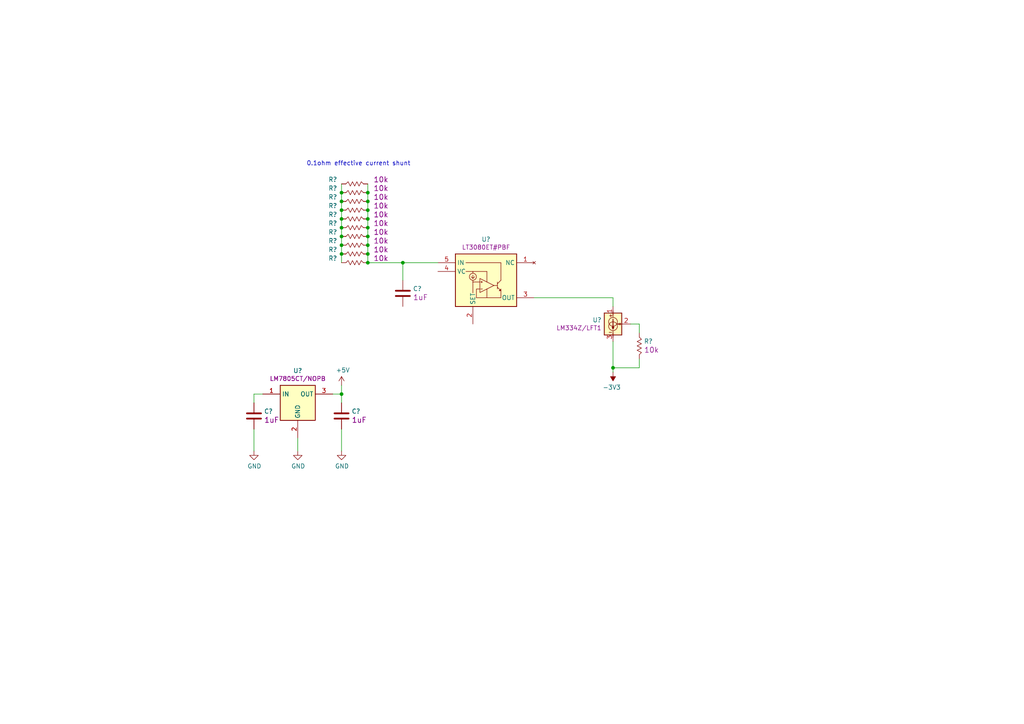
<source format=kicad_sch>
(kicad_sch (version 20211123) (generator eeschema)
  (paper "A4")
  (lib_symbols
    (symbol "master-vampire_General:C" (pin_numbers hide)
      (property "Reference" "C" (at 3.81 2.54 0))
      (property "Capacitance" "1uF" (at 6.35 0 0))
      (symbol "C_0_1"
        (polyline (pts (xy -2.032 -0.762) (xy 2.032 -0.762)) (stroke (width 0.508)))
        (polyline (pts (xy -2.032 0.762) (xy 2.032 0.762)) (stroke (width 0.508)))
      )
      (symbol "C_1_1"
        (pin passive line (at 0 3.81 270) (length 2.794) (name "~") (number "1"))
        (pin passive line (at 0 -3.81 90) (length 2.794) (name "~") (number "2"))
      )
    )
    (symbol "master-vampire_General:R" (pin_numbers hide) (pin_names (offset 0))
      (property "Reference" "R" (at 0 2.54 0))
      (property "Resistance" "10k" (at 0 -2.54 0))
      (symbol "R_0_1"
        (polyline (pts (xy -2.54 0) (xy -1.905 0.635) (xy -1.27 -0.635) (xy -0.635 0.635) (xy 0 -0.635) (xy 0.635 0.635) (xy 1.27 -0.635) (xy 1.905 0.635) (xy 2.54 0)))
      )
      (symbol "R_1_1"
        (pin passive line (at 3.81 0 180) (length 1.27) (name "~") (number "1"))
        (pin passive line (at -3.81 0 0) (length 1.27) (name "~") (number "2"))
      )
    )
    (symbol "master-vampire_General:U_LM334"
      (property "Reference" "U" (at -5.08 2.54 0))
      (property "MPN" "DNP" (at -5.08 0 0))
      (symbol "U_LM334_1_1"
        (rectangle (start -2.54 3.175) (end 2.54 -3.175) (stroke (width 0.254)) (fill (type background)))
        (circle (center 0 -0.635) (radius 1.27))
        (polyline (pts (xy -1.143 -2.413) (xy -0.381 -2.413)))
        (polyline (pts (xy -1.016 2.413) (xy -0.254 2.413)))
        (polyline (pts (xy -0.635 2.794) (xy -0.635 2.032)))
        (polyline (pts (xy 0 -1.905) (xy 0 -3.81)))
        (polyline (pts (xy 0 1.397) (xy 0 -1.397)) (stroke (width 0.254)))
        (polyline (pts (xy 0 3.81) (xy 0 1.905)))
        (polyline (pts (xy 2.54 0) (xy 1.27 0)))
        (polyline (pts (xy 0 -1.397) (xy -0.254 -0.889) (xy 0.254 -0.889) (xy 0 -1.397)) (stroke (width 0.254)))
        (polyline (pts (xy 1.27 0) (xy 2.159 0.254) (xy 2.159 -0.254) (xy 1.27 0)))
        (circle (center 0 0.635) (radius 1.27))
        (pin passive line (at 0 5.08 270) (length 2.54) (name "~") (number "1"))
        (pin passive line (at 5.08 0 180) (length 2.54) (name "~") (number "2"))
        (pin passive line (at 0 -5.08 90) (length 2.54) (name "~") (number "3"))
      )
    )
    (symbol "master-vampire_General:U_LM7805CT"
      (property "Reference" "U" (at 0 8.89 0))
      (property "MPN" "LM7805CT/NOPB" (at 0 6.35 0))
      (symbol "U_LM7805CT_1_1"
        (rectangle (start -5.08 5.08) (end 5.08 -5.08) (stroke (width 0.254)) (fill (type background)))
        (pin power_in line (at -10.16 2.54 0) (length 5.08) (name "IN") (number "1"))
        (pin unspecified line (at 0 -10.16 90) (length 5.08) (name "GND") (number "2"))
        (pin power_out line (at 10.16 2.54 180) (length 5.08) (name "OUT") (number "3"))
      )
    )
    (symbol "master-vampire_General:U_LT3080"
      (property "Reference" "U" (at -6.35 8.89 0))
      (property "MPN" "LT3080ET#PBF" (at 5.08 -8.89 0))
      (symbol "U_LT3080_0_1"
        (rectangle (start -7.62 7.62) (end 10.16 -7.62) (stroke (width 0.254)) (fill (type background)))
        (circle (center -2.54 1.016) (radius 1.016))
        (polyline (pts (xy -2.54 -0.508) (xy -2.54 -3.683)))
        (polyline (pts (xy -2.54 -0.508) (xy -2.54 0)))
        (polyline (pts (xy -2.54 -0.508) (xy -0.508 -0.508)))
        (polyline (pts (xy -2.54 0.508) (xy -2.032 1.016)))
        (polyline (pts (xy -2.54 2.032) (xy -2.54 2.54)))
        (polyline (pts (xy -2.54 2.54) (xy -4.572 2.54)))
        (polyline (pts (xy -2.54 2.54) (xy 1.524 2.54)))
        (polyline (pts (xy -0.254 -2.54) (xy 0.254 -2.54)))
        (polyline (pts (xy -0.254 -0.508) (xy 0.254 -0.508)))
        (polyline (pts (xy 0 -0.254) (xy 0 -0.762)))
        (polyline (pts (xy 1.524 -2.54) (xy 1.524 -5.08)))
        (polyline (pts (xy 1.524 2.54) (xy 1.524 -0.508)))
        (polyline (pts (xy 3.556 -1.524) (xy 4.572 -1.524)))
        (polyline (pts (xy 4.572 -0.508) (xy 4.572 -2.54)))
        (polyline (pts (xy 5.588 0) (xy 4.572 -1.016)))
        (polyline (pts (xy 5.588 5.08) (xy 5.588 0)))
        (polyline (pts (xy -4.572 5.08) (xy 5.588 5.08) (xy 5.461 5.08)))
        (polyline (pts (xy -2.54 1.524) (xy -2.54 0.508) (xy -3.048 1.016)))
        (polyline (pts (xy 4.572 -2.032) (xy 5.588 -3.048) (xy 5.588 -5.08)))
        (polyline (pts (xy -0.508 0.508) (xy -0.508 -3.556) (xy 3.556 -1.524) (xy -0.508 0.508)))
        (polyline (pts (xy 5.588 -3.048) (xy 5.588 -2.54) (xy 5.08 -3.048) (xy 5.588 -3.048)))
        (polyline (pts (xy -0.508 -2.54) (xy -1.524 -2.54) (xy -1.524 -5.08) (xy 1.524 -5.08) (xy 5.588 -5.08)))
      )
      (symbol "U_LT3080_1_1"
        (pin no_connect line (at 15.24 5.08 180) (length 5.08) (name "NC") (number "1"))
        (pin bidirectional line (at -2.54 -12.7 90) (length 5.08) (name "SET") (number "2"))
        (pin output line (at 15.24 -5.08 180) (length 5.08) (name "OUT") (number "3"))
        (pin input line (at -12.7 2.54 0) (length 5.08) (name "VC") (number "4"))
        (pin input line (at -12.7 5.08 0) (length 5.08) (name "IN") (number "5"))
      )
    )
    (symbol "power:+5V" (power) (pin_names (offset 0))
      (property "Value" "+5V" (at 0 3.556 0))
      (symbol "+5V_0_1"
        (polyline (pts (xy -0.762 1.27) (xy 0 2.54)))
        (polyline (pts (xy 0 0) (xy 0 2.54)))
        (polyline (pts (xy 0 2.54) (xy 0.762 1.27)))
      )
      (symbol "+5V_1_1"
        (pin power_in line (at 0 0 90) (length 0) hide (name "+5V") (number "1"))
      )
    )
    (symbol "power:-3V3" (power) (pin_names (offset 0))
      (property "Value" "-3V3" (at 0 3.81 0))
      (symbol "-3V3_0_0"
        (pin power_in line (at 0 0 90) (length 0) hide (name "-3V3") (number "1"))
      )
      (symbol "-3V3_0_1"
        (polyline (pts (xy 0 0) (xy 0 1.27) (xy 0.762 1.27) (xy 0 2.54) (xy -0.762 1.27) (xy 0 1.27)) (fill (type outline)))
      )
    )
    (symbol "power:GND" (power) (pin_names (offset 0))
      (property "Value" "GND" (at 0 -3.81 0))
      (symbol "GND_0_1"
        (polyline (pts (xy 0 0) (xy 0 -1.27) (xy 1.27 -1.27) (xy 0 -2.54) (xy -1.27 -1.27) (xy 0 -1.27)))
      )
      (symbol "GND_1_1"
        (pin power_in line (at 0 0 270) (length 0) hide (name "GND") (number "1"))
      )
    )
  )
  (junction (at 106.68 68.58))
  (junction (at 106.68 66.04))
  (junction (at 106.68 73.66))
  (junction (at 99.06 63.5))
  (junction (at 99.06 55.88))
  (junction (at 99.06 71.12))
  (junction (at 99.06 66.04))
  (junction (at 106.68 76.2))
  (junction (at 106.68 58.42))
  (junction (at 99.06 60.96))
  (junction (at 99.06 114.3))
  (junction (at 106.68 60.96))
  (junction (at 99.06 68.58))
  (junction (at 106.68 55.88))
  (junction (at 106.68 71.12))
  (junction (at 99.06 73.66))
  (junction (at 106.68 63.5))
  (junction (at 116.84 76.2))
  (junction (at 99.06 58.42))
  (junction (at 177.8 106.68))
  (wire (pts (xy 177.8 107.95) (xy 177.8 106.68)))
  (wire (pts (xy 106.68 68.58) (xy 106.68 71.12)))
  (wire (pts (xy 99.06 63.5) (xy 99.06 66.04)))
  (wire (pts (xy 99.06 71.12) (xy 99.06 73.66)))
  (wire (pts (xy 116.84 76.2) (xy 127 76.2)))
  (wire (pts (xy 99.06 66.04) (xy 99.06 68.58)))
  (wire (pts (xy 106.68 60.96) (xy 106.68 63.5)))
  (wire (pts (xy 73.66 114.3) (xy 73.66 116.84)))
  (wire (pts (xy 106.68 76.2) (xy 116.84 76.2)))
  (wire (pts (xy 86.36 127) (xy 86.36 130.81)))
  (wire (pts (xy 177.8 86.36) (xy 154.94 86.36)))
  (wire (pts (xy 177.8 106.68) (xy 177.8 99.06)))
  (wire (pts (xy 185.42 93.98) (xy 185.42 96.52)))
  (wire (pts (xy 99.06 58.42) (xy 99.06 60.96)))
  (wire (pts (xy 99.06 55.88) (xy 99.06 58.42)))
  (wire (pts (xy 185.42 106.68) (xy 177.8 106.68)))
  (wire (pts (xy 99.06 130.81) (xy 99.06 124.46)))
  (wire (pts (xy 106.68 55.88) (xy 106.68 58.42)))
  (wire (pts (xy 106.68 58.42) (xy 106.68 60.96)))
  (wire (pts (xy 106.68 71.12) (xy 106.68 73.66)))
  (wire (pts (xy 106.68 63.5) (xy 106.68 66.04)))
  (wire (pts (xy 99.06 68.58) (xy 99.06 71.12)))
  (wire (pts (xy 76.2 114.3) (xy 73.66 114.3)))
  (wire (pts (xy 99.06 114.3) (xy 99.06 116.84)))
  (wire (pts (xy 96.52 114.3) (xy 99.06 114.3)))
  (wire (pts (xy 106.68 73.66) (xy 106.68 76.2)))
  (wire (pts (xy 185.42 104.14) (xy 185.42 106.68)))
  (wire (pts (xy 99.06 53.34) (xy 99.06 55.88)))
  (wire (pts (xy 106.68 66.04) (xy 106.68 68.58)))
  (wire (pts (xy 182.88 93.98) (xy 185.42 93.98)))
  (wire (pts (xy 116.84 81.28) (xy 116.84 76.2)))
  (wire (pts (xy 99.06 73.66) (xy 99.06 76.2)))
  (wire (pts (xy 73.66 124.46) (xy 73.66 130.81)))
  (wire (pts (xy 106.68 53.34) (xy 106.68 55.88)))
  (wire (pts (xy 177.8 88.9) (xy 177.8 86.36)))
  (wire (pts (xy 99.06 60.96) (xy 99.06 63.5)))
  (wire (pts (xy 99.06 111.76) (xy 99.06 114.3)))
  (text "0.1ohm effective current shunt" (at 88.9 48.26 0) (effects (font (size 1.27 1.27)) (justify left bottom)))
  (symbol (lib_id "master-vampire_General:U_LT3080") (at 139.7 81.28 0) (unit 1)
    (property "Reference" "U?" (at 140.97 69.4182 0))
    (property "Manufacturer" "Analog Devices" (effects hide))
    (property "MPN" "LT3080ET#PBF" (at 140.97 71.7296 0))
    (property "Supplier" "DNP" (effects hide))
    (property "Supplier PN" "DNP" (effects hide))
    (property "Package" "DNP" (effects hide))
  )
  (symbol (lib_id "master-vampire_General:U_LM334") (at 177.8 93.98 0) (unit 1)
    (property "Reference" "U?" (at 174.498 92.8116 0) (effects (justify right)))
    (property "MPN" "LM334Z/LFT1" (at 174.498 95.123 0) (effects (justify right)))
    (property "Manufacturer" "Texas Instruments" (effects hide))
    (property "Supplier" "DigiKey" (effects hide))
    (property "Supplier PN" "296-47179-1-ND" (effects hide))
    (property "Package" "TO-226-3" (effects hide))
  )
  (symbol (lib_id "master-vampire_General:R") (at 185.42 100.33 270) (unit 1)
    (property "Reference" "R?" (at 186.7662 98.9838 90) (effects (justify left)))
    (property "Resistance" "10k" (at 186.7662 101.4984 90) (effects (font (size 1.524 1.524)) (justify left)))
    (property "Power" "1/10W" (effects hide))
    (property "Package" "0603" (effects hide))
    (property "Tolerance" "5%" (effects hide))
    (property "MPN" "DNP" (effects hide))
    (property "Manufacturer" "DNP" (effects hide))
    (property "Supplier" "DNP" (effects hide))
    (property "Supplier PN" "DNP" (effects hide))
  )
  (symbol (lib_id "master-vampire_General:R") (at 102.87 76.2 0) (unit 1)
    (property "Reference" "R?" (at 96.52 74.93 0))
    (property "Resistance" "10k" (at 110.49 74.93 0) (effects (font (size 1.524 1.524))))
    (property "Power" "1/10W" (effects hide))
    (property "Package" "0603" (effects hide))
    (property "Tolerance" "5%" (effects hide))
    (property "MPN" "DNP" (effects hide))
    (property "Manufacturer" "DNP" (effects hide))
    (property "Supplier" "DNP" (effects hide))
    (property "Supplier PN" "DNP" (effects hide))
  )
  (symbol (lib_id "master-vampire_General:R") (at 102.87 73.66 0) (unit 1)
    (property "Reference" "R?" (at 96.52 72.39 0))
    (property "Resistance" "10k" (at 110.49 72.39 0) (effects (font (size 1.524 1.524))))
    (property "Power" "1/10W" (effects hide))
    (property "Package" "0603" (effects hide))
    (property "Tolerance" "5%" (effects hide))
    (property "MPN" "DNP" (effects hide))
    (property "Manufacturer" "DNP" (effects hide))
    (property "Supplier" "DNP" (effects hide))
    (property "Supplier PN" "DNP" (effects hide))
  )
  (symbol (lib_id "master-vampire_General:R") (at 102.87 71.12 0) (unit 1)
    (property "Reference" "R?" (at 96.52 69.85 0))
    (property "Resistance" "10k" (at 110.49 69.85 0) (effects (font (size 1.524 1.524))))
    (property "Power" "1/10W" (effects hide))
    (property "Package" "0603" (effects hide))
    (property "Tolerance" "5%" (effects hide))
    (property "MPN" "DNP" (effects hide))
    (property "Manufacturer" "DNP" (effects hide))
    (property "Supplier" "DNP" (effects hide))
    (property "Supplier PN" "DNP" (effects hide))
  )
  (symbol (lib_id "master-vampire_General:R") (at 102.87 68.58 0) (unit 1)
    (property "Reference" "R?" (at 96.52 67.31 0))
    (property "Resistance" "10k" (at 110.49 67.31 0) (effects (font (size 1.524 1.524))))
    (property "Power" "1/10W" (effects hide))
    (property "Package" "0603" (effects hide))
    (property "Tolerance" "5%" (effects hide))
    (property "MPN" "DNP" (effects hide))
    (property "Manufacturer" "DNP" (effects hide))
    (property "Supplier" "DNP" (effects hide))
    (property "Supplier PN" "DNP" (effects hide))
  )
  (symbol (lib_id "master-vampire_General:R") (at 102.87 66.04 0) (unit 1)
    (property "Reference" "R?" (at 96.52 64.77 0))
    (property "Resistance" "10k" (at 110.49 64.77 0) (effects (font (size 1.524 1.524))))
    (property "Power" "1/10W" (effects hide))
    (property "Package" "0603" (effects hide))
    (property "Tolerance" "5%" (effects hide))
    (property "MPN" "DNP" (effects hide))
    (property "Manufacturer" "DNP" (effects hide))
    (property "Supplier" "DNP" (effects hide))
    (property "Supplier PN" "DNP" (effects hide))
  )
  (symbol (lib_id "master-vampire_General:R") (at 102.87 63.5 0) (unit 1)
    (property "Reference" "R?" (at 96.52 62.23 0))
    (property "Resistance" "10k" (at 110.49 62.23 0) (effects (font (size 1.524 1.524))))
    (property "Power" "1/10W" (effects hide))
    (property "Package" "0603" (effects hide))
    (property "Tolerance" "5%" (effects hide))
    (property "MPN" "DNP" (effects hide))
    (property "Manufacturer" "DNP" (effects hide))
    (property "Supplier" "DNP" (effects hide))
    (property "Supplier PN" "DNP" (effects hide))
  )
  (symbol (lib_id "master-vampire_General:R") (at 102.87 60.96 0) (unit 1)
    (property "Reference" "R?" (at 96.52 59.69 0))
    (property "Resistance" "10k" (at 110.49 59.69 0) (effects (font (size 1.524 1.524))))
    (property "Power" "1/10W" (effects hide))
    (property "Package" "0603" (effects hide))
    (property "Tolerance" "5%" (effects hide))
    (property "MPN" "DNP" (effects hide))
    (property "Manufacturer" "DNP" (effects hide))
    (property "Supplier" "DNP" (effects hide))
    (property "Supplier PN" "DNP" (effects hide))
  )
  (symbol (lib_id "master-vampire_General:R") (at 102.87 58.42 0) (unit 1)
    (property "Reference" "R?" (at 96.52 57.15 0))
    (property "Resistance" "10k" (at 110.49 57.15 0) (effects (font (size 1.524 1.524))))
    (property "Power" "1/10W" (effects hide))
    (property "Package" "0603" (effects hide))
    (property "Tolerance" "5%" (effects hide))
    (property "MPN" "DNP" (effects hide))
    (property "Manufacturer" "DNP" (effects hide))
    (property "Supplier" "DNP" (effects hide))
    (property "Supplier PN" "DNP" (effects hide))
  )
  (symbol (lib_id "master-vampire_General:R") (at 102.87 55.88 0) (unit 1)
    (property "Reference" "R?" (at 96.52 54.61 0))
    (property "Resistance" "10k" (at 110.49 54.61 0) (effects (font (size 1.524 1.524))))
    (property "Power" "1/10W" (effects hide))
    (property "Package" "0603" (effects hide))
    (property "Tolerance" "5%" (effects hide))
    (property "MPN" "DNP" (effects hide))
    (property "Manufacturer" "DNP" (effects hide))
    (property "Supplier" "DNP" (effects hide))
    (property "Supplier PN" "DNP" (effects hide))
  )
  (symbol (lib_id "master-vampire_General:R") (at 102.87 53.34 0) (unit 1)
    (property "Reference" "R?" (at 96.52 52.07 0))
    (property "Resistance" "10k" (at 110.49 52.07 0) (effects (font (size 1.524 1.524))))
    (property "Power" "1/10W" (effects hide))
    (property "Package" "0603" (effects hide))
    (property "Tolerance" "5%" (effects hide))
    (property "MPN" "DNP" (effects hide))
    (property "Manufacturer" "DNP" (effects hide))
    (property "Supplier" "DNP" (effects hide))
    (property "Supplier PN" "DNP" (effects hide))
  )
  (symbol (lib_id "master-vampire_General:C") (at 116.84 85.09 0) (unit 1)
    (property "Reference" "C?" (at 119.761 83.7438 0) (effects (justify left)))
    (property "Capacitance" "1uF" (at 119.761 86.2584 0) (effects (font (size 1.524 1.524)) (justify left)))
    (property "Voltage Rating" "50V" (effects hide))
    (property "TempCo" "X7R" (effects hide))
    (property "Tolerance" "±20%" (effects hide))
    (property "Package" "0603" (effects hide))
    (property "MPN" "DNP" (effects hide))
    (property "Manufacturer" "DNP" (effects hide))
    (property "Supplier" "DNP" (effects hide))
    (property "Supplier PN" "DNP" (effects hide))
  )
  (symbol (lib_id "power:-3V3") (at 177.8 107.95 180) (unit 1)
    (property "Reference" "#PWR?" (effects hide))
  )
  (symbol (lib_id "master-vampire_General:U_LM7805CT") (at 86.36 116.84 0) (unit 1)
    (property "Reference" "U?" (at 86.36 107.5182 0))
    (property "Manufacturer" "Texas Instruments" (effects hide))
    (property "MPN" "LM7805CT/NOPB" (at 86.36 109.8296 0))
    (property "Supplier" "DNP" (effects hide))
    (property "Supplier PN" "DNP" (effects hide))
    (property "Package" "TO-220-3" (effects hide))
  )
  (symbol (lib_id "master-vampire_General:C") (at 99.06 120.65 0) (unit 1)
    (property "Reference" "C?" (at 101.981 119.3038 0) (effects (justify left)))
    (property "Capacitance" "1uF" (at 101.981 121.8184 0) (effects (font (size 1.524 1.524)) (justify left)))
    (property "Voltage Rating" "50V" (effects hide))
    (property "TempCo" "X7R" (effects hide))
    (property "Tolerance" "±20%" (effects hide))
    (property "Package" "0603" (effects hide))
    (property "MPN" "DNP" (effects hide))
    (property "Manufacturer" "DNP" (effects hide))
    (property "Supplier" "DNP" (effects hide))
    (property "Supplier PN" "DNP" (effects hide))
  )
  (symbol (lib_id "master-vampire_General:C") (at 73.66 120.65 0) (unit 1)
    (property "Reference" "C?" (at 76.581 119.3038 0) (effects (justify left)))
    (property "Capacitance" "1uF" (at 76.581 121.8184 0) (effects (font (size 1.524 1.524)) (justify left)))
    (property "Voltage Rating" "50V" (effects hide))
    (property "TempCo" "X7R" (effects hide))
    (property "Tolerance" "±20%" (effects hide))
    (property "Package" "0603" (effects hide))
    (property "MPN" "DNP" (effects hide))
    (property "Manufacturer" "DNP" (effects hide))
    (property "Supplier" "DNP" (effects hide))
    (property "Supplier PN" "DNP" (effects hide))
  )
  (symbol (lib_id "power:GND") (at 86.36 130.81 0) (unit 1)
    (property "Reference" "#PWR?" (effects hide))
  )
  (symbol (lib_id "power:GND") (at 73.66 130.81 0) (unit 1)
    (property "Reference" "#PWR?" (effects hide))
  )
  (symbol (lib_id "power:GND") (at 99.06 130.81 0) (unit 1)
    (property "Reference" "#PWR?" (effects hide))
  )
  (symbol (lib_id "power:+5V") (at 99.06 111.76 0) (unit 1)
    (property "Reference" "#PWR?" (effects hide))
  )
)
</source>
